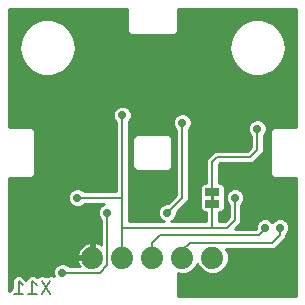
<source format=gbl>
G75*
%MOIN*%
%OFA0B0*%
%FSLAX25Y25*%
%IPPOS*%
%LPD*%
%AMOC8*
5,1,8,0,0,1.08239X$1,22.5*
%
%ADD10C,0.00800*%
%ADD11C,0.07400*%
%ADD12R,0.05000X0.02500*%
%ADD13C,0.01000*%
%ADD14C,0.00700*%
%ADD15C,0.02900*%
D10*
X0167329Y0077900D02*
X0170131Y0077900D01*
X0168730Y0077900D02*
X0168730Y0082104D01*
X0170131Y0080702D01*
X0171933Y0077900D02*
X0174735Y0077900D01*
X0173334Y0077900D02*
X0173334Y0082104D01*
X0174735Y0080702D01*
X0176537Y0082104D02*
X0179339Y0077900D01*
X0176537Y0077900D02*
X0179339Y0082104D01*
D11*
X0193333Y0090000D03*
X0203333Y0090000D03*
X0213333Y0090000D03*
X0223333Y0090000D03*
X0233333Y0090000D03*
D12*
X0233333Y0108000D03*
X0233333Y0112000D03*
D13*
X0233333Y0108000D01*
X0229133Y0107951D02*
X0224183Y0107951D01*
X0223185Y0106952D02*
X0229133Y0106952D01*
X0229133Y0106046D02*
X0230129Y0105050D01*
X0231283Y0105050D01*
X0231283Y0102050D01*
X0219443Y0102050D01*
X0220118Y0102330D01*
X0221004Y0103216D01*
X0221483Y0104373D01*
X0221483Y0105251D01*
X0225383Y0109151D01*
X0225383Y0132595D01*
X0226004Y0133216D01*
X0226483Y0134373D01*
X0226483Y0135627D01*
X0226004Y0136784D01*
X0225118Y0137670D01*
X0223960Y0138150D01*
X0222707Y0138150D01*
X0221549Y0137670D01*
X0220663Y0136784D01*
X0220183Y0135627D01*
X0220183Y0134373D01*
X0220663Y0133216D01*
X0221283Y0132595D01*
X0221283Y0110849D01*
X0218584Y0108150D01*
X0217707Y0108150D01*
X0216549Y0107670D01*
X0215663Y0106784D01*
X0215183Y0105627D01*
X0215183Y0104373D01*
X0215663Y0103216D01*
X0216549Y0102330D01*
X0217224Y0102050D01*
X0205383Y0102050D01*
X0205383Y0135095D01*
X0206004Y0135716D01*
X0206483Y0136873D01*
X0206483Y0138127D01*
X0206004Y0139284D01*
X0205118Y0140170D01*
X0203960Y0140650D01*
X0202707Y0140650D01*
X0201549Y0140170D01*
X0200663Y0139284D01*
X0200183Y0138127D01*
X0200183Y0136873D01*
X0200663Y0135716D01*
X0201283Y0135095D01*
X0201283Y0112050D01*
X0190738Y0112050D01*
X0190118Y0112670D01*
X0188960Y0113150D01*
X0187707Y0113150D01*
X0186549Y0112670D01*
X0185663Y0111784D01*
X0185183Y0110627D01*
X0185183Y0109373D01*
X0185663Y0108216D01*
X0186549Y0107330D01*
X0187707Y0106850D01*
X0188960Y0106850D01*
X0190118Y0107330D01*
X0190738Y0107950D01*
X0197224Y0107950D01*
X0196549Y0107670D01*
X0195663Y0106784D01*
X0195183Y0105627D01*
X0195183Y0104373D01*
X0195663Y0103216D01*
X0196283Y0102595D01*
X0196283Y0094284D01*
X0196059Y0094447D01*
X0195329Y0094819D01*
X0194551Y0095072D01*
X0193833Y0095186D01*
X0193833Y0090500D01*
X0192833Y0090500D01*
X0192833Y0089500D01*
X0188148Y0089500D01*
X0188261Y0088782D01*
X0188514Y0088004D01*
X0188886Y0087275D01*
X0189049Y0087050D01*
X0185738Y0087050D01*
X0185118Y0087670D01*
X0183960Y0088150D01*
X0182707Y0088150D01*
X0181549Y0087670D01*
X0180663Y0086784D01*
X0180183Y0085627D01*
X0180183Y0084373D01*
X0180360Y0083947D01*
X0179780Y0084333D01*
X0178074Y0083992D01*
X0177938Y0083788D01*
X0177802Y0083992D01*
X0176096Y0084333D01*
X0174883Y0083525D01*
X0174204Y0084204D01*
X0172464Y0084204D01*
X0171840Y0083580D01*
X0171234Y0082973D01*
X0171234Y0082569D01*
X0170830Y0082973D01*
X0170830Y0082973D01*
X0170464Y0083339D01*
X0169600Y0084204D01*
X0167860Y0084204D01*
X0167236Y0083580D01*
X0166630Y0082973D01*
X0166630Y0080000D01*
X0166459Y0080000D01*
X0165433Y0078974D01*
X0165433Y0116357D01*
X0172999Y0116357D01*
X0174142Y0117499D01*
X0174142Y0132501D01*
X0172999Y0133643D01*
X0165433Y0133643D01*
X0165433Y0172900D01*
X0204690Y0172900D01*
X0204690Y0165334D01*
X0205833Y0164192D01*
X0220834Y0164192D01*
X0221976Y0165334D01*
X0221976Y0172900D01*
X0261233Y0172900D01*
X0261233Y0133643D01*
X0253667Y0133643D01*
X0252525Y0132501D01*
X0252525Y0117499D01*
X0253667Y0116357D01*
X0261233Y0116357D01*
X0261233Y0077100D01*
X0221976Y0077100D01*
X0221976Y0084666D01*
X0221889Y0084753D01*
X0222259Y0084600D01*
X0224407Y0084600D01*
X0226392Y0085422D01*
X0227911Y0086941D01*
X0228333Y0087960D01*
X0228755Y0086941D01*
X0230274Y0085422D01*
X0232259Y0084600D01*
X0234407Y0084600D01*
X0236392Y0085422D01*
X0237911Y0086941D01*
X0238733Y0088926D01*
X0238733Y0091074D01*
X0237956Y0092950D01*
X0254182Y0092950D01*
X0257883Y0096651D01*
X0257883Y0097595D01*
X0258504Y0098216D01*
X0258983Y0099373D01*
X0258983Y0100627D01*
X0258504Y0101784D01*
X0257618Y0102670D01*
X0256460Y0103150D01*
X0255207Y0103150D01*
X0254049Y0102670D01*
X0253333Y0101955D01*
X0252618Y0102670D01*
X0251460Y0103150D01*
X0250207Y0103150D01*
X0249049Y0102670D01*
X0248163Y0101784D01*
X0247683Y0100627D01*
X0247683Y0099550D01*
X0240782Y0099550D01*
X0242883Y0101651D01*
X0242883Y0107595D01*
X0243504Y0108216D01*
X0243983Y0109373D01*
X0243983Y0110627D01*
X0243504Y0111784D01*
X0242618Y0112670D01*
X0241460Y0113150D01*
X0240207Y0113150D01*
X0239049Y0112670D01*
X0238163Y0111784D01*
X0237683Y0110627D01*
X0237683Y0109373D01*
X0238163Y0108216D01*
X0238783Y0107595D01*
X0238783Y0103349D01*
X0237484Y0102050D01*
X0235383Y0102050D01*
X0235383Y0105050D01*
X0236537Y0105050D01*
X0237533Y0106046D01*
X0237533Y0109954D01*
X0237487Y0110000D01*
X0237533Y0110046D01*
X0237533Y0113954D01*
X0236537Y0114950D01*
X0235383Y0114950D01*
X0235383Y0121151D01*
X0235682Y0121450D01*
X0246682Y0121450D01*
X0249182Y0123950D01*
X0250383Y0125151D01*
X0250383Y0130595D01*
X0251004Y0131216D01*
X0251483Y0132373D01*
X0251483Y0133627D01*
X0251004Y0134784D01*
X0250118Y0135670D01*
X0248960Y0136150D01*
X0247707Y0136150D01*
X0246549Y0135670D01*
X0245663Y0134784D01*
X0245183Y0133627D01*
X0245183Y0132373D01*
X0245663Y0131216D01*
X0246283Y0130595D01*
X0246283Y0126849D01*
X0244984Y0125550D01*
X0233984Y0125550D01*
X0232783Y0124349D01*
X0231283Y0122849D01*
X0231283Y0114950D01*
X0230129Y0114950D01*
X0229133Y0113954D01*
X0229133Y0110046D01*
X0229179Y0110000D01*
X0229133Y0109954D01*
X0229133Y0106046D01*
X0229225Y0105954D02*
X0222186Y0105954D01*
X0221483Y0104955D02*
X0231283Y0104955D01*
X0231283Y0103957D02*
X0221311Y0103957D01*
X0220746Y0102958D02*
X0231283Y0102958D01*
X0235383Y0102958D02*
X0238393Y0102958D01*
X0238783Y0103957D02*
X0235383Y0103957D01*
X0235383Y0104955D02*
X0238783Y0104955D01*
X0238783Y0105954D02*
X0237441Y0105954D01*
X0237533Y0106952D02*
X0238783Y0106952D01*
X0238428Y0107951D02*
X0237533Y0107951D01*
X0237533Y0108949D02*
X0237859Y0108949D01*
X0237683Y0109948D02*
X0237533Y0109948D01*
X0237533Y0110946D02*
X0237816Y0110946D01*
X0237533Y0111945D02*
X0238323Y0111945D01*
X0237533Y0112943D02*
X0239708Y0112943D01*
X0241959Y0112943D02*
X0261233Y0112943D01*
X0261233Y0111945D02*
X0243343Y0111945D01*
X0243851Y0110946D02*
X0261233Y0110946D01*
X0261233Y0109948D02*
X0243983Y0109948D01*
X0243808Y0108949D02*
X0261233Y0108949D01*
X0261233Y0107951D02*
X0243239Y0107951D01*
X0242883Y0106952D02*
X0261233Y0106952D01*
X0261233Y0105954D02*
X0242883Y0105954D01*
X0242883Y0104955D02*
X0261233Y0104955D01*
X0261233Y0103957D02*
X0242883Y0103957D01*
X0242883Y0102958D02*
X0249744Y0102958D01*
X0248338Y0101960D02*
X0242883Y0101960D01*
X0242194Y0100961D02*
X0247822Y0100961D01*
X0247683Y0099963D02*
X0241195Y0099963D01*
X0251923Y0102958D02*
X0254744Y0102958D01*
X0253338Y0101960D02*
X0253328Y0101960D01*
X0256923Y0102958D02*
X0261233Y0102958D01*
X0261233Y0101960D02*
X0258328Y0101960D01*
X0258845Y0100961D02*
X0261233Y0100961D01*
X0261233Y0099963D02*
X0258983Y0099963D01*
X0258814Y0098964D02*
X0261233Y0098964D01*
X0261233Y0097966D02*
X0258254Y0097966D01*
X0257883Y0096967D02*
X0261233Y0096967D01*
X0261233Y0095969D02*
X0257201Y0095969D01*
X0256203Y0094970D02*
X0261233Y0094970D01*
X0261233Y0093972D02*
X0255204Y0093972D01*
X0254206Y0092973D02*
X0261233Y0092973D01*
X0261233Y0091975D02*
X0238360Y0091975D01*
X0238733Y0090976D02*
X0261233Y0090976D01*
X0261233Y0089978D02*
X0238733Y0089978D01*
X0238733Y0088979D02*
X0261233Y0088979D01*
X0261233Y0087981D02*
X0238342Y0087981D01*
X0237928Y0086982D02*
X0261233Y0086982D01*
X0261233Y0085984D02*
X0236954Y0085984D01*
X0235337Y0084985D02*
X0261233Y0084985D01*
X0261233Y0083987D02*
X0221976Y0083987D01*
X0221976Y0082988D02*
X0261233Y0082988D01*
X0261233Y0081990D02*
X0221976Y0081990D01*
X0221976Y0080991D02*
X0261233Y0080991D01*
X0261233Y0079993D02*
X0221976Y0079993D01*
X0221976Y0078994D02*
X0261233Y0078994D01*
X0261233Y0077996D02*
X0221976Y0077996D01*
X0225337Y0084985D02*
X0231329Y0084985D01*
X0229713Y0085984D02*
X0226954Y0085984D01*
X0227928Y0086982D02*
X0228738Y0086982D01*
X0196283Y0094970D02*
X0194864Y0094970D01*
X0193833Y0094970D02*
X0192833Y0094970D01*
X0192833Y0095186D02*
X0192116Y0095072D01*
X0191337Y0094819D01*
X0190608Y0094447D01*
X0189946Y0093966D01*
X0189367Y0093388D01*
X0188886Y0092725D01*
X0188514Y0091996D01*
X0188261Y0091218D01*
X0188148Y0090500D01*
X0192833Y0090500D01*
X0192833Y0095186D01*
X0191803Y0094970D02*
X0165433Y0094970D01*
X0165433Y0093972D02*
X0189953Y0093972D01*
X0189066Y0092973D02*
X0165433Y0092973D01*
X0165433Y0091975D02*
X0188507Y0091975D01*
X0188223Y0090976D02*
X0165433Y0090976D01*
X0165433Y0089978D02*
X0192833Y0089978D01*
X0192833Y0090976D02*
X0193833Y0090976D01*
X0193833Y0091975D02*
X0192833Y0091975D01*
X0192833Y0092973D02*
X0193833Y0092973D01*
X0193833Y0093972D02*
X0192833Y0093972D01*
X0196283Y0095969D02*
X0165433Y0095969D01*
X0165433Y0096967D02*
X0196283Y0096967D01*
X0196283Y0097966D02*
X0165433Y0097966D01*
X0165433Y0098964D02*
X0196283Y0098964D01*
X0196283Y0099963D02*
X0165433Y0099963D01*
X0165433Y0100961D02*
X0196283Y0100961D01*
X0196283Y0101960D02*
X0165433Y0101960D01*
X0165433Y0102958D02*
X0195920Y0102958D01*
X0195356Y0103957D02*
X0165433Y0103957D01*
X0165433Y0104955D02*
X0195183Y0104955D01*
X0195319Y0105954D02*
X0165433Y0105954D01*
X0165433Y0106952D02*
X0187460Y0106952D01*
X0189207Y0106952D02*
X0195831Y0106952D01*
X0205383Y0106952D02*
X0215831Y0106952D01*
X0215319Y0105954D02*
X0205383Y0105954D01*
X0205383Y0104955D02*
X0215183Y0104955D01*
X0215356Y0103957D02*
X0205383Y0103957D01*
X0205383Y0102958D02*
X0215920Y0102958D01*
X0217226Y0107951D02*
X0205383Y0107951D01*
X0205383Y0108949D02*
X0219384Y0108949D01*
X0220382Y0109948D02*
X0205383Y0109948D01*
X0205383Y0110946D02*
X0221283Y0110946D01*
X0221283Y0111945D02*
X0205383Y0111945D01*
X0205383Y0112943D02*
X0221283Y0112943D01*
X0221283Y0113942D02*
X0205383Y0113942D01*
X0205383Y0114940D02*
X0221283Y0114940D01*
X0221283Y0115939D02*
X0205383Y0115939D01*
X0205383Y0116937D02*
X0221283Y0116937D01*
X0221283Y0117936D02*
X0205383Y0117936D01*
X0205383Y0118934D02*
X0207736Y0118934D01*
X0207801Y0118869D02*
X0209417Y0118869D01*
X0218865Y0118869D01*
X0220008Y0120011D01*
X0220008Y0129894D01*
X0218865Y0131037D01*
X0207801Y0131037D01*
X0206659Y0129894D01*
X0206659Y0120011D01*
X0207801Y0118869D01*
X0206737Y0119933D02*
X0205383Y0119933D01*
X0205383Y0120932D02*
X0206659Y0120932D01*
X0206659Y0121930D02*
X0205383Y0121930D01*
X0205383Y0122929D02*
X0206659Y0122929D01*
X0206659Y0123927D02*
X0205383Y0123927D01*
X0205383Y0124926D02*
X0206659Y0124926D01*
X0206659Y0125924D02*
X0205383Y0125924D01*
X0205383Y0126923D02*
X0206659Y0126923D01*
X0206659Y0127921D02*
X0205383Y0127921D01*
X0205383Y0128920D02*
X0206659Y0128920D01*
X0206683Y0129918D02*
X0205383Y0129918D01*
X0205383Y0130917D02*
X0207681Y0130917D01*
X0205383Y0131915D02*
X0221283Y0131915D01*
X0221283Y0130917D02*
X0218985Y0130917D01*
X0219984Y0129918D02*
X0221283Y0129918D01*
X0221283Y0128920D02*
X0220008Y0128920D01*
X0220008Y0127921D02*
X0221283Y0127921D01*
X0221283Y0126923D02*
X0220008Y0126923D01*
X0220008Y0125924D02*
X0221283Y0125924D01*
X0221283Y0124926D02*
X0220008Y0124926D01*
X0220008Y0123927D02*
X0221283Y0123927D01*
X0221283Y0122929D02*
X0220008Y0122929D01*
X0220008Y0121930D02*
X0221283Y0121930D01*
X0221283Y0120932D02*
X0220008Y0120932D01*
X0219930Y0119933D02*
X0221283Y0119933D01*
X0221283Y0118934D02*
X0218931Y0118934D01*
X0225383Y0118934D02*
X0231283Y0118934D01*
X0231283Y0117936D02*
X0225383Y0117936D01*
X0225383Y0116937D02*
X0231283Y0116937D01*
X0231283Y0115939D02*
X0225383Y0115939D01*
X0225383Y0114940D02*
X0230120Y0114940D01*
X0229133Y0113942D02*
X0225383Y0113942D01*
X0225383Y0112943D02*
X0229133Y0112943D01*
X0229133Y0111945D02*
X0225383Y0111945D01*
X0225383Y0110946D02*
X0229133Y0110946D01*
X0229133Y0109948D02*
X0225383Y0109948D01*
X0225182Y0108949D02*
X0229133Y0108949D01*
X0237533Y0113942D02*
X0261233Y0113942D01*
X0261233Y0114940D02*
X0236547Y0114940D01*
X0235383Y0115939D02*
X0261233Y0115939D01*
X0253087Y0116937D02*
X0235383Y0116937D01*
X0235383Y0117936D02*
X0252525Y0117936D01*
X0252525Y0118934D02*
X0235383Y0118934D01*
X0235383Y0119933D02*
X0252525Y0119933D01*
X0252525Y0120932D02*
X0235383Y0120932D01*
X0231283Y0120932D02*
X0225383Y0120932D01*
X0225383Y0121930D02*
X0231283Y0121930D01*
X0231363Y0122929D02*
X0225383Y0122929D01*
X0225383Y0123927D02*
X0232361Y0123927D01*
X0233360Y0124926D02*
X0225383Y0124926D01*
X0225383Y0125924D02*
X0245358Y0125924D01*
X0246283Y0126923D02*
X0225383Y0126923D01*
X0225383Y0127921D02*
X0246283Y0127921D01*
X0246283Y0128920D02*
X0225383Y0128920D01*
X0225383Y0129918D02*
X0246283Y0129918D01*
X0245962Y0130917D02*
X0225383Y0130917D01*
X0225383Y0131915D02*
X0245373Y0131915D01*
X0245183Y0132914D02*
X0225702Y0132914D01*
X0226292Y0133912D02*
X0245302Y0133912D01*
X0245789Y0134911D02*
X0226483Y0134911D01*
X0226366Y0135909D02*
X0247125Y0135909D01*
X0249541Y0135909D02*
X0261233Y0135909D01*
X0261233Y0134911D02*
X0250877Y0134911D01*
X0251365Y0133912D02*
X0261233Y0133912D01*
X0261233Y0136908D02*
X0225880Y0136908D01*
X0224548Y0137906D02*
X0261233Y0137906D01*
X0261233Y0138905D02*
X0206161Y0138905D01*
X0206483Y0137906D02*
X0222118Y0137906D01*
X0220786Y0136908D02*
X0206483Y0136908D01*
X0206084Y0135909D02*
X0220300Y0135909D01*
X0220183Y0134911D02*
X0205383Y0134911D01*
X0205383Y0133912D02*
X0220374Y0133912D01*
X0220965Y0132914D02*
X0205383Y0132914D01*
X0201283Y0132914D02*
X0173729Y0132914D01*
X0174142Y0131915D02*
X0201283Y0131915D01*
X0201283Y0130917D02*
X0174142Y0130917D01*
X0174142Y0129918D02*
X0201283Y0129918D01*
X0201283Y0128920D02*
X0174142Y0128920D01*
X0174142Y0127921D02*
X0201283Y0127921D01*
X0201283Y0126923D02*
X0174142Y0126923D01*
X0174142Y0125924D02*
X0201283Y0125924D01*
X0201283Y0124926D02*
X0174142Y0124926D01*
X0174142Y0123927D02*
X0201283Y0123927D01*
X0201283Y0122929D02*
X0174142Y0122929D01*
X0174142Y0121930D02*
X0201283Y0121930D01*
X0201283Y0120932D02*
X0174142Y0120932D01*
X0174142Y0119933D02*
X0201283Y0119933D01*
X0201283Y0118934D02*
X0174142Y0118934D01*
X0174142Y0117936D02*
X0201283Y0117936D01*
X0201283Y0116937D02*
X0173580Y0116937D01*
X0165433Y0115939D02*
X0201283Y0115939D01*
X0201283Y0114940D02*
X0165433Y0114940D01*
X0165433Y0113942D02*
X0201283Y0113942D01*
X0201283Y0112943D02*
X0189459Y0112943D01*
X0187208Y0112943D02*
X0165433Y0112943D01*
X0165433Y0111945D02*
X0185823Y0111945D01*
X0185316Y0110946D02*
X0165433Y0110946D01*
X0165433Y0109948D02*
X0185183Y0109948D01*
X0185359Y0108949D02*
X0165433Y0108949D01*
X0165433Y0107951D02*
X0185928Y0107951D01*
X0225383Y0119933D02*
X0231283Y0119933D01*
X0247162Y0121930D02*
X0252525Y0121930D01*
X0252525Y0122929D02*
X0248161Y0122929D01*
X0249160Y0123927D02*
X0252525Y0123927D01*
X0252525Y0124926D02*
X0250158Y0124926D01*
X0250383Y0125924D02*
X0252525Y0125924D01*
X0252525Y0126923D02*
X0250383Y0126923D01*
X0250383Y0127921D02*
X0252525Y0127921D01*
X0252525Y0128920D02*
X0250383Y0128920D01*
X0250383Y0129918D02*
X0252525Y0129918D01*
X0252525Y0130917D02*
X0250705Y0130917D01*
X0251293Y0131915D02*
X0252525Y0131915D01*
X0252938Y0132914D02*
X0251483Y0132914D01*
X0261233Y0139903D02*
X0205385Y0139903D01*
X0201282Y0139903D02*
X0165433Y0139903D01*
X0165433Y0138905D02*
X0200506Y0138905D01*
X0200183Y0137906D02*
X0165433Y0137906D01*
X0165433Y0136908D02*
X0200183Y0136908D01*
X0200583Y0135909D02*
X0165433Y0135909D01*
X0165433Y0134911D02*
X0201283Y0134911D01*
X0201283Y0133912D02*
X0165433Y0133912D01*
X0165433Y0140902D02*
X0261233Y0140902D01*
X0261233Y0141900D02*
X0165433Y0141900D01*
X0165433Y0142899D02*
X0261233Y0142899D01*
X0261233Y0143897D02*
X0165433Y0143897D01*
X0165433Y0144896D02*
X0261233Y0144896D01*
X0261233Y0145894D02*
X0165433Y0145894D01*
X0165433Y0146893D02*
X0261233Y0146893D01*
X0261233Y0147891D02*
X0165433Y0147891D01*
X0165433Y0148890D02*
X0261233Y0148890D01*
X0261233Y0149888D02*
X0165433Y0149888D01*
X0165433Y0150887D02*
X0175888Y0150887D01*
X0176676Y0150600D02*
X0173561Y0151734D01*
X0173561Y0151734D01*
X0171021Y0153865D01*
X0171021Y0153865D01*
X0169364Y0156735D01*
X0169364Y0156735D01*
X0168788Y0160000D01*
X0168788Y0160000D01*
X0169364Y0163265D01*
X0169364Y0163265D01*
X0171021Y0166135D01*
X0171021Y0166135D01*
X0171021Y0166135D01*
X0173561Y0168266D01*
X0173561Y0168266D01*
X0176676Y0169400D01*
X0179991Y0169400D01*
X0183106Y0168266D01*
X0183106Y0168266D01*
X0185645Y0166135D01*
X0185645Y0166135D01*
X0187303Y0163265D01*
X0187303Y0163265D01*
X0187878Y0160000D01*
X0187878Y0160000D01*
X0187303Y0156735D01*
X0187303Y0156735D01*
X0185645Y0153865D01*
X0185645Y0153865D01*
X0185645Y0153865D01*
X0183106Y0151734D01*
X0183106Y0151734D01*
X0179991Y0150600D01*
X0177463Y0150600D01*
X0176676Y0150600D01*
X0173380Y0151885D02*
X0165433Y0151885D01*
X0165433Y0152884D02*
X0172190Y0152884D01*
X0171011Y0153882D02*
X0165433Y0153882D01*
X0165433Y0154881D02*
X0170435Y0154881D01*
X0169858Y0155879D02*
X0165433Y0155879D01*
X0165433Y0156878D02*
X0169339Y0156878D01*
X0169163Y0157876D02*
X0165433Y0157876D01*
X0165433Y0158875D02*
X0168987Y0158875D01*
X0168811Y0159873D02*
X0165433Y0159873D01*
X0165433Y0160872D02*
X0168942Y0160872D01*
X0169118Y0161870D02*
X0165433Y0161870D01*
X0165433Y0162869D02*
X0169294Y0162869D01*
X0169712Y0163868D02*
X0165433Y0163868D01*
X0165433Y0164866D02*
X0170289Y0164866D01*
X0170865Y0165865D02*
X0165433Y0165865D01*
X0165433Y0166863D02*
X0171889Y0166863D01*
X0173079Y0167862D02*
X0165433Y0167862D01*
X0165433Y0168860D02*
X0175192Y0168860D01*
X0181474Y0168860D02*
X0204690Y0168860D01*
X0204690Y0167862D02*
X0183588Y0167862D01*
X0184778Y0166863D02*
X0204690Y0166863D01*
X0204690Y0165865D02*
X0185802Y0165865D01*
X0186378Y0164866D02*
X0205158Y0164866D01*
X0204690Y0169859D02*
X0165433Y0169859D01*
X0165433Y0170857D02*
X0204690Y0170857D01*
X0204690Y0171856D02*
X0165433Y0171856D01*
X0165433Y0172854D02*
X0204690Y0172854D01*
X0221976Y0172854D02*
X0261233Y0172854D01*
X0261233Y0171856D02*
X0221976Y0171856D01*
X0221976Y0170857D02*
X0261233Y0170857D01*
X0261233Y0169859D02*
X0221976Y0169859D01*
X0221976Y0168860D02*
X0245192Y0168860D01*
X0246676Y0169400D02*
X0243561Y0168266D01*
X0243561Y0168266D01*
X0241021Y0166135D01*
X0239364Y0163265D01*
X0239364Y0163265D01*
X0238788Y0160000D01*
X0239364Y0156735D01*
X0241021Y0153865D01*
X0241021Y0153865D01*
X0243561Y0151734D01*
X0246676Y0150600D01*
X0247463Y0150600D01*
X0249991Y0150600D01*
X0253106Y0151734D01*
X0255645Y0153865D01*
X0257303Y0156735D01*
X0257303Y0156735D01*
X0257878Y0160000D01*
X0257303Y0163265D01*
X0255645Y0166135D01*
X0255645Y0166135D01*
X0253106Y0168266D01*
X0253106Y0168266D01*
X0249991Y0169400D01*
X0246676Y0169400D01*
X0243079Y0167862D02*
X0221976Y0167862D01*
X0221976Y0166863D02*
X0241889Y0166863D01*
X0241021Y0166135D02*
X0241021Y0166135D01*
X0241021Y0166135D01*
X0240865Y0165865D02*
X0221976Y0165865D01*
X0221508Y0164866D02*
X0240289Y0164866D01*
X0239712Y0163868D02*
X0186955Y0163868D01*
X0187372Y0162869D02*
X0239294Y0162869D01*
X0239118Y0161870D02*
X0187549Y0161870D01*
X0187725Y0160872D02*
X0238942Y0160872D01*
X0238788Y0160000D02*
X0238788Y0160000D01*
X0238811Y0159873D02*
X0187856Y0159873D01*
X0187680Y0158875D02*
X0238987Y0158875D01*
X0239163Y0157876D02*
X0187504Y0157876D01*
X0187328Y0156878D02*
X0239339Y0156878D01*
X0239364Y0156735D02*
X0239364Y0156735D01*
X0239858Y0155879D02*
X0186808Y0155879D01*
X0186232Y0154881D02*
X0240435Y0154881D01*
X0241011Y0153882D02*
X0185655Y0153882D01*
X0184476Y0152884D02*
X0242190Y0152884D01*
X0243380Y0151885D02*
X0183286Y0151885D01*
X0180779Y0150887D02*
X0245888Y0150887D01*
X0243561Y0151734D02*
X0243561Y0151734D01*
X0250779Y0150887D02*
X0261233Y0150887D01*
X0261233Y0151885D02*
X0253286Y0151885D01*
X0253106Y0151734D02*
X0253106Y0151734D01*
X0254476Y0152884D02*
X0261233Y0152884D01*
X0261233Y0153882D02*
X0255655Y0153882D01*
X0255645Y0153865D02*
X0255645Y0153865D01*
X0255645Y0153865D01*
X0256232Y0154881D02*
X0261233Y0154881D01*
X0261233Y0155879D02*
X0256808Y0155879D01*
X0257328Y0156878D02*
X0261233Y0156878D01*
X0261233Y0157876D02*
X0257504Y0157876D01*
X0257680Y0158875D02*
X0261233Y0158875D01*
X0261233Y0159873D02*
X0257856Y0159873D01*
X0257878Y0160000D02*
X0257878Y0160000D01*
X0257725Y0160872D02*
X0261233Y0160872D01*
X0261233Y0161870D02*
X0257549Y0161870D01*
X0257372Y0162869D02*
X0261233Y0162869D01*
X0261233Y0163868D02*
X0256955Y0163868D01*
X0257303Y0163265D02*
X0257303Y0163265D01*
X0256378Y0164866D02*
X0261233Y0164866D01*
X0261233Y0165865D02*
X0255802Y0165865D01*
X0254778Y0166863D02*
X0261233Y0166863D01*
X0261233Y0167862D02*
X0253588Y0167862D01*
X0251474Y0168860D02*
X0261233Y0168860D01*
X0188230Y0088979D02*
X0165433Y0088979D01*
X0165433Y0087981D02*
X0182298Y0087981D01*
X0180861Y0086982D02*
X0165433Y0086982D01*
X0165433Y0085984D02*
X0180331Y0085984D01*
X0180183Y0084985D02*
X0165433Y0084985D01*
X0165433Y0083987D02*
X0167643Y0083987D01*
X0166645Y0082988D02*
X0165433Y0082988D01*
X0165433Y0081990D02*
X0166630Y0081990D01*
X0166630Y0080991D02*
X0165433Y0080991D01*
X0165433Y0079993D02*
X0166452Y0079993D01*
X0165453Y0078994D02*
X0165433Y0078994D01*
X0169817Y0083987D02*
X0172247Y0083987D01*
X0171249Y0082988D02*
X0170816Y0082988D01*
X0174421Y0083987D02*
X0175576Y0083987D01*
X0177805Y0083987D02*
X0178071Y0083987D01*
X0180301Y0083987D02*
X0180344Y0083987D01*
X0184369Y0087981D02*
X0188526Y0087981D01*
D14*
X0183333Y0085000D02*
X0195833Y0085000D01*
X0198333Y0087500D01*
X0198333Y0105000D01*
X0203333Y0110000D02*
X0188333Y0110000D01*
X0203333Y0110000D02*
X0203333Y0137500D01*
X0223333Y0135000D02*
X0223333Y0110000D01*
X0218333Y0105000D01*
X0233333Y0100000D02*
X0203333Y0100000D01*
X0203333Y0110000D01*
X0203333Y0100000D02*
X0203333Y0090000D01*
X0213333Y0090000D02*
X0213333Y0095000D01*
X0215833Y0097500D01*
X0248833Y0097500D01*
X0250833Y0099500D01*
X0250833Y0100000D01*
X0255833Y0100000D02*
X0255833Y0097500D01*
X0253333Y0095000D01*
X0225833Y0095000D01*
X0223333Y0092500D01*
X0223333Y0090000D01*
X0233333Y0100000D02*
X0233333Y0112000D01*
X0233333Y0122000D01*
X0234833Y0123500D01*
X0245833Y0123500D01*
X0248333Y0126000D01*
X0248333Y0133000D01*
X0240833Y0110000D02*
X0240833Y0102500D01*
X0238333Y0100000D01*
X0233333Y0100000D01*
D15*
X0218333Y0105000D03*
X0228133Y0110000D03*
X0240833Y0110000D03*
X0245633Y0110000D03*
X0240833Y0117000D03*
X0248333Y0133000D03*
X0223333Y0135000D03*
X0203333Y0137500D03*
X0198333Y0130000D03*
X0188333Y0110000D03*
X0198333Y0105000D03*
X0183333Y0085000D03*
X0250833Y0100000D03*
X0255833Y0100000D03*
M02*

</source>
